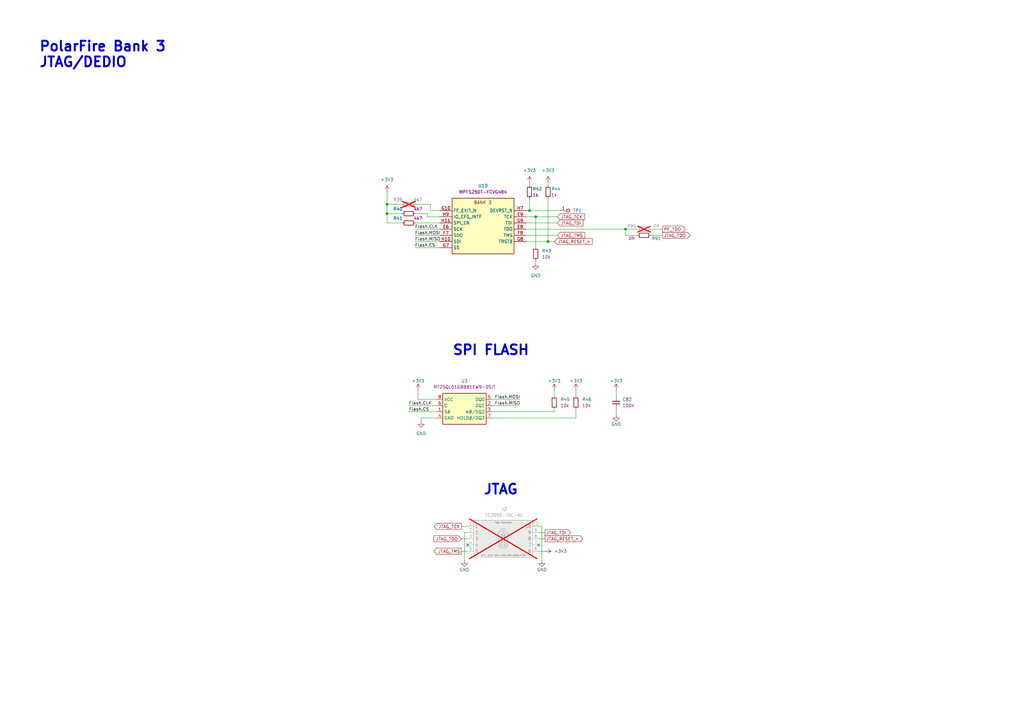
<source format=kicad_sch>
(kicad_sch (version 20231120) (generator "eeschema") (generator_version "8.0")
  (paper "A3")
  (title_block (title "PolarFire SoM") (date "2025-03-25") (rev "1.1.2") (company "Antmicro Ltd") (comment 1 "www.antmicro.com"))
  (junction (at 158.75 83.82))
  (junction (at 158.75 87.63))
  (junction (at 224.79 99.06))
  (junction (at 219.71 88.9))
  (junction (at 256.54 93.98))
  (junction (at 217.17 86.36))
  (no_connect (at 191.77 223.52))
  (no_connect (at 220.98 223.52))
  (wire (pts (xy 170.18 87.63) (xy 175.26 87.63)))
  (wire (pts (xy 223.52 218.44) (xy 220.98 218.44)))
  (wire (pts (xy 170.18 101.6) (xy 180.34 101.6)))
  (wire (pts (xy 170.18 99.06) (xy 180.34 99.06)))
  (wire (pts (xy 224.79 74.93) (xy 224.79 76.2)))
  (wire (pts (xy 217.17 74.93) (xy 217.17 76.2)))
  (wire (pts (xy 266.7 96.52) (xy 271.78 96.52)))
  (wire (pts (xy 158.75 91.44) (xy 165.1 91.44)))
  (wire (pts (xy 189.23 215.9) (xy 191.77 215.9)))
  (wire (pts (xy 222.25 215.9) (xy 222.25 229.87)))
  (wire (pts (xy 158.75 87.63) (xy 158.75 91.44)))
  (wire (pts (xy 158.75 87.63) (xy 165.1 87.63)))
  (wire (pts (xy 176.53 83.82) (xy 170.18 83.82)))
  (wire (pts (xy 215.9 86.36) (xy 217.17 86.36)))
  (wire (pts (xy 227.33 168.91) (xy 227.33 167.64)))
  (wire (pts (xy 176.53 86.36) (xy 176.53 83.82)))
  (wire (pts (xy 217.17 86.36) (xy 229.87 86.36)))
  (wire (pts (xy 170.18 91.44) (xy 180.34 91.44)))
  (wire (pts (xy 236.22 171.45) (xy 236.22 167.64)))
  (wire (pts (xy 219.71 88.9) (xy 228.6 88.9)))
  (wire (pts (xy 179.07 171.45) (xy 172.72 171.45)))
  (wire (pts (xy 222.25 215.9) (xy 220.98 215.9)))
  (wire (pts (xy 227.33 160.02) (xy 227.33 162.56)))
  (wire (pts (xy 201.93 168.91) (xy 227.33 168.91)))
  (wire (pts (xy 220.98 220.98) (xy 223.52 220.98)))
  (wire (pts (xy 175.26 87.63) (xy 175.26 88.9)))
  (wire (pts (xy 201.93 166.37) (xy 213.36 166.37)))
  (wire (pts (xy 180.34 86.36) (xy 176.53 86.36)))
  (wire (pts (xy 190.5 229.87) (xy 190.5 218.44)))
  (wire (pts (xy 236.22 160.02) (xy 236.22 162.56)))
  (wire (pts (xy 158.75 83.82) (xy 165.1 83.82)))
  (wire (pts (xy 261.62 96.52) (xy 256.54 96.52)))
  (wire (pts (xy 170.18 96.52) (xy 180.34 96.52)))
  (wire (pts (xy 201.93 163.83) (xy 213.36 163.83)))
  (wire (pts (xy 167.64 168.91) (xy 179.07 168.91)))
  (wire (pts (xy 217.17 81.28) (xy 217.17 86.36)))
  (wire (pts (xy 171.45 163.83) (xy 171.45 160.02)))
  (wire (pts (xy 175.26 88.9) (xy 180.34 88.9)))
  (wire (pts (xy 266.7 93.98) (xy 271.78 93.98)))
  (wire (pts (xy 158.75 83.82) (xy 158.75 87.63)))
  (wire (pts (xy 252.73 160.02) (xy 252.73 162.56)))
  (wire (pts (xy 215.9 96.52) (xy 228.6 96.52)))
  (wire (pts (xy 252.73 167.64) (xy 252.73 170.18)))
  (wire (pts (xy 215.9 93.98) (xy 256.54 93.98)))
  (wire (pts (xy 219.71 88.9) (xy 219.71 101.6)))
  (wire (pts (xy 189.23 226.06) (xy 191.77 226.06)))
  (wire (pts (xy 172.72 171.45) (xy 172.72 172.72)))
  (wire (pts (xy 215.9 99.06) (xy 224.79 99.06)))
  (wire (pts (xy 215.9 88.9) (xy 219.71 88.9)))
  (wire (pts (xy 158.75 78.74) (xy 158.75 83.82)))
  (wire (pts (xy 201.93 171.45) (xy 236.22 171.45)))
  (wire (pts (xy 190.5 218.44) (xy 191.77 218.44)))
  (wire (pts (xy 256.54 96.52) (xy 256.54 93.98)))
  (wire (pts (xy 215.9 91.44) (xy 228.6 91.44)))
  (wire (pts (xy 189.23 220.98) (xy 191.77 220.98)))
  (wire (pts (xy 224.79 99.06) (xy 227.33 99.06)))
  (wire (pts (xy 219.71 106.68) (xy 219.71 107.95)))
  (wire (pts (xy 167.64 166.37) (xy 179.07 166.37)))
  (wire (pts (xy 256.54 93.98) (xy 261.62 93.98)))
  (wire (pts (xy 224.79 81.28) (xy 224.79 99.06)))
  (wire (pts (xy 179.07 163.83) (xy 171.45 163.83)))
  (wire (pts (xy 170.18 93.98) (xy 180.34 93.98)))
  (wire (pts (xy 220.98 226.06) (xy 223.52 226.06)))
  (text "JTAG" (at 198.12 203.2 0) (effects (font (size 4 4) (thickness 0.8) (bold yes)) (justify left bottom)))
  (text "SPI FLASH" (at 185.42 146.05 0) (effects (font (size 4 4) (thickness 0.8) (bold yes)) (justify left bottom)))
  (text "PolarFire Bank 3\nJTAG/DEDIO" (at 15.875 27.94 0) (effects (font (size 4 4) (thickness 0.8) (bold yes)) (justify left bottom)))
  (label "Flash.CLK" (at 167.64 166.37 0))
  (label "Flash.CS" (at 167.64 168.91 0))
  (label "Flash.MISO" (at 170.18 99.06 0))
  (label "Flash.CS" (at 170.18 101.6 0))
  (label "Flash.MISO" (at 213.36 166.37 180))
  (label "Flash.CLK" (at 170.18 93.98 0))
  (label "Flash.MOSI" (at 213.36 163.83 180))
  (label "Flash.MOSI" (at 170.18 96.52 0))
  (global_label "JTAG_TCK" (shape input) (at 228.6 88.9 0) (property "Intersheetrefs" "${INTERSHEET_REFS}" (at 239.7821 88.8206 0) (effects (justify left))))
  (global_label "JTAG_TDI" (shape output) (at 223.52 218.44 0) (property "Intersheetrefs" "${INTERSHEET_REFS}" (at 234.0369 218.3606 0) (effects (justify left))))
  (global_label "JTAG_TDI" (shape input) (at 228.6 91.44 0) (property "Intersheetrefs" "${INTERSHEET_REFS}" (at 239.1169 91.3606 0) (effects (justify left))))
  (global_label "JTAG_RESET_n" (shape input) (at 227.33 99.06 0) (property "Intersheetrefs" "${INTERSHEET_REFS}" (at 242.8664 98.9806 0) (effects (justify left))))
  (global_label "JTAG_TDO" (shape output) (at 271.78 96.52 0) (property "Intersheetrefs" "${INTERSHEET_REFS}" (at 283.0226 96.4406 0) (effects (justify left))))
  (global_label "PF_TDO" (shape output) (at 271.78 93.98 0) (property "Intersheetrefs" "${INTERSHEET_REFS}" (at 281.0874 93.9006 0) (effects (justify left))))
  (global_label "JTAG_TDO" (shape input) (at 189.23 220.98 180) (property "Intersheetrefs" "${INTERSHEET_REFS}" (at 177.4153 220.98 0) (effects (justify right))))
  (global_label "JTAG_TMS" (shape input) (at 228.6 96.52 0) (property "Intersheetrefs" "${INTERSHEET_REFS}" (at 239.9031 96.4406 0) (effects (justify left))))
  (global_label "JTAG_TCK" (shape output) (at 189.23 215.9 180) (property "Intersheetrefs" "${INTERSHEET_REFS}" (at 178.0479 215.8206 0) (effects (justify right))))
  (global_label "JTAG_TMS" (shape output) (at 189.23 226.06 180) (property "Intersheetrefs" "${INTERSHEET_REFS}" (at 177.3549 226.06 0) (effects (justify right))))
  (global_label "JTAG_RESET_n" (shape output) (at 223.52 220.98 0) (property "Intersheetrefs" "${INTERSHEET_REFS}" (at 239.6283 220.98 0) (effects (justify left))))
  (symbol (lib_id "antmicroResistors0402:R_10k_0402") (at 219.71 106.68 90) (unit 1)
    (property "Reference" "R43" (at 222.25 102.8699 90) (effects (justify right)))
    (property "Value" "R_10k_0402" (effects (hide yes)))
    (property "Footprint" "antmicro-footprints:R_0402_1005Metric" (effects (hide yes)))
    (property "Datasheet" "https://www.bourns.com/docs/product-datasheets/cr.pdf" (effects (hide yes)))
    (property "Description" "SMD Chip Resistor, 10 kohm, ± 1%, 62.5 mW, 0402 [1005 Metric], Thick Film, General Purpose" (effects (hide yes)))
    (property "MPN" "CR0402-FX-1002GLF" (effects (hide yes)))
    (property "Manufacturer" "Bourns" (effects (hide yes)))
    (property "License" "Apache-2.0" (effects (hide yes)))
    (property "Author" "Antmicro" (effects (hide yes)))
    (property "Val" "10k" (at 222.25 105.4099 90) (effects (justify right)))
    (property "Tolerance" "1%" (effects (hide yes)))
  )
  (symbol (lib_id "antmicroMemory:MT25QL01GBBB1EW9-0SIT") (at 179.07 163.83 0) (unit 1)
    (property "Reference" "U3" (at 190.5 156.21 0))
    (property "Value" "MT25QL01GBBB1EW9-0SIT" (effects (hide yes)))
    (property "Footprint" "antmicro-footprints:W-PDFN-8-1EP_8x6mm_P1.27mm_EP4.3x3.4mm" (effects (hide yes)))
    (property "Datasheet" "https://www.mouser.com/datasheet/2/671/mict_s_a0002234966_1-2290738.pdf" (effects (hide yes)))
    (property "Description" "NOR Flash Serial-SPI 3.3V 1G-bit 1G/512M/256M x 1/2-bit/4-bit 6ns 16-Pin SOP-II T/R" (effects (hide yes)))
    (property "MPN" "MT25QL01GBBB1EW9-0SIT" (at 190.5 158.75 0))
    (property "Manufacturer" "Micron Technology" (effects (hide yes)))
    (property "VSD_class" "SPI Flash" (effects (hide yes)))
    (property "Author" "Antmicro" (effects (hide yes)))
    (property "License" "Apache-2.0" (effects (hide yes)))
  )
  (symbol (lib_id "antmicroResistors0402:R_1k_0402") (at 224.79 81.28 90) (unit 1)
    (property "Reference" "R44" (at 226.06 77.47 90) (effects (justify right)))
    (property "Value" "R_1k_0402" (effects (hide yes)))
    (property "Footprint" "antmicro-footprints:R_0402_1005Metric" (effects (hide yes)))
    (property "Datasheet" "https://www.bourns.com/docs/product-datasheets/cr.pdf" (effects (hide yes)))
    (property "Description" "SMD Chip Resistor, 1 kohm, ± 1%, 63 mW, 0402 [1005 Metric], Thick Film, General Purpose" (effects (hide yes)))
    (property "MPN" "CR0402-FX-1001GLF" (effects (hide yes)))
    (property "Manufacturer" "Bourns" (effects (hide yes)))
    (property "License" "Apache-2.0" (effects (hide yes)))
    (property "Author" "Antmicro" (effects (hide yes)))
    (property "Val" "1k" (at 226.06 80.01 90) (effects (justify right)))
    (property "Tolerance" "1%" (effects (hide yes)))
  )
  (symbol (lib_id "antmicroFPGAChips:MPFS250T-FCVG484") (at 180.34 86.36 0) (unit 4)
    (property "Reference" "U1" (at 198.12 76.2 0))
    (property "Value" "MPFS250T-FCVG484" (effects (hide yes)))
    (property "Footprint" "antmicro-footprints:BGA-484_19x19mm_Layout22x22_P0.8mm-microchip-technology-mpfs250t-fcvg484" (effects (hide yes)))
    (property "Datasheet" "https://www.microsemi.com/document-portal/doc_download/1244583-polarfire-soc-advance-datasheet" (effects (hide yes)))
    (property "Description" "RISC-V System On Chip (SOC) IC PolarFire® FPGA - 254K Logic Modules 484-FCBGA (19x19)" (effects (hide yes)))
    (property "MPN" "MPFS250T-FCVG484" (at 198.12 78.74 0))
    (property "Manufacturer" "Microchip Technology" (effects (hide yes)))
    (property "VSD_class" "MPFS250T" (effects (hide yes)))
    (property "Author" "Antmicro" (effects (hide yes)))
    (property "License" "Apache-2.0" (effects (hide yes)))
  )
  (symbol (lib_id "antmicroResistors0402:R_4k7_0402") (at 165.1 87.63 0) (unit 1)
    (property "Reference" "R40" (at 163.195 85.725 0))
    (property "Value" "R_4k7_0402" (effects (hide yes)))
    (property "Footprint" "antmicro-footprints:R_0402_1005Metric" (effects (hide yes)))
    (property "Datasheet" "https://www.bourns.com/docs/product-datasheets/cr.pdf" (effects (hide yes)))
    (property "Description" "SMD Chip Resistor, 4.7 kohm, ± 1%, 62.5 mW, 0402 [1005 Metric], Thick Film, General Purpose" (effects (hide yes)))
    (property "MPN" "CR0402-FX-4701GLF" (effects (hide yes)))
    (property "Manufacturer" "Bourns" (effects (hide yes)))
    (property "License" "Apache-2.0" (effects (hide yes)))
    (property "Author" "Antmicro" (effects (hide yes)))
    (property "Val" "4k7" (at 171.45 85.725 0))
    (property "Tolerance" "1%" (effects (hide yes)))
  )
  (symbol (lib_id "antmicroCapacitors0402:C_100n_0402") (at 252.73 167.64 90) (unit 1)
    (property "Reference" "C82" (at 255.27 163.8236 90) (effects (justify right)))
    (property "Value" "C_100n_0402" (effects (hide yes)))
    (property "Footprint" "antmicro-footprints:C_0402_1005Metric" (effects (hide yes)))
    (property "Datasheet" "https://www.murata.com/products/productdetail?partno=GRM155R61H104KE14%23" (effects (hide yes)))
    (property "Description" "SMD Multilayer Ceramic Capacitor, 0.1 µF, 50 V, 0402 [1005 Metric], ± 10%, X5R, GRM Series" (effects (hide yes)))
    (property "MPN" "GRM155R61H104KE14D" (effects (hide yes)))
    (property "Manufacturer" "Murata" (effects (hide yes)))
    (property "License" "Apache-2.0" (effects (hide yes)))
    (property "Author" "Antmicro" (effects (hide yes)))
    (property "Val" "100n" (at 255.27 166.3636 90) (effects (justify right)))
    (property "Voltage" "50V" (effects (hide yes)))
    (property "Dielectric" "X5R" (effects (hide yes)))
  )
  (symbol (lib_id "antmicroTestPoints:TP_0.75mm_SMD") (at 229.87 86.36 0) (unit 1) (in_bom no)
    (property "Reference" "TP1" (at 234.95 86.36 0) (effects (justify left)))
    (property "Value" "TP_0.75mm_SMD" (effects (hide yes)))
    (property "Footprint" "antmicro-footprints:TP_SMD_0.75mm" (effects (hide yes)))
    (property "Description" "SMT test point" (effects (hide yes)))
    (property "Author" "Antmicro" (effects (hide yes)))
    (property "License" "Apache-2.0" (effects (hide yes)))
    (property "Public" "False" (effects (hide yes)))
  )
  (symbol (lib_id "antmicropower:GND") (at 222.25 229.87 0) (unit 1)
    (property "Reference" "#PWR0360" (effects (hide yes)))
    (property "Value" "GND" (at 222.25 233.68 0))
    (property "Author" "Antmicro" (effects (hide yes)))
    (property "License" "Apache-2.0" (effects (hide yes)))
  )
  (symbol (lib_id "antmicropower:+3V3") (at 171.45 160.02 0) (unit 1)
    (property "Reference" "#PWR054" (effects (hide yes)))
    (property "Value" "+3V3" (at 171.45 156.21 0))
    (property "Author" "Antmicro" (effects (hide yes)))
    (property "License" "Apache-2.0" (effects (hide yes)))
  )
  (symbol (lib_id "antmicropower:GND") (at 252.73 170.18 0) (unit 1)
    (property "Reference" "#PWR059" (effects (hide yes)))
    (property "Value" "GND" (at 252.73 173.99 0))
    (property "Author" "Antmicro" (effects (hide yes)))
    (property "License" "Apache-2.0" (effects (hide yes)))
  )
  (symbol (lib_id "antmicroResistors0402:R_0R_0402") (at 266.7 96.52 180) (unit 1)
    (property "Reference" "R91" (at 269.24 97.79 0))
    (property "Value" "R_0R_0402" (effects (hide yes)))
    (property "Footprint" "antmicro-footprints:R_0402_1005Metric" (effects (hide yes)))
    (property "Datasheet" "https://industrial.panasonic.com/cdbs/www-data/pdf/RDA0000/AOA0000C301.pdf" (effects (hide yes)))
    (property "Description" "SMD Chip Resistor, Jumper, 0 ohm, 100 mW, 0402 [1005 Metric], Thick Film, General Purpose" (effects (hide yes)))
    (property "MPN" "ERJ2GE0R00X" (effects (hide yes)))
    (property "Manufacturer" "Panasonic" (effects (hide yes)))
    (property "License" "Apache-2.0" (effects (hide yes)))
    (property "Author" "Antmicro" (effects (hide yes)))
    (property "Val" "0R" (at 259.08 97.79 0))
    (property "Current" "1A" (effects (hide yes)))
    (property "DNP" "DNP" (effects (hide yes)))
  )
  (symbol (lib_id "antmicroResistors0402:R_4k7_0402") (at 165.1 83.82 0) (unit 1) (dnp yes)
    (property "Reference" "R39" (at 163.195 81.915 0))
    (property "Value" "R_4k7_0402" (effects (hide yes)))
    (property "Footprint" "antmicro-footprints:R_0402_1005Metric" (effects (hide yes)))
    (property "Datasheet" "https://www.bourns.com/docs/product-datasheets/cr.pdf" (effects (hide yes)))
    (property "Description" "SMD Chip Resistor, 4.7 kohm, ± 1%, 62.5 mW, 0402 [1005 Metric], Thick Film, General Purpose" (effects (hide yes)))
    (property "MPN" "CR0402-FX-4701GLF" (effects (hide yes)))
    (property "Manufacturer" "Bourns" (effects (hide yes)))
    (property "License" "Apache-2.0" (effects (hide yes)))
    (property "Author" "Antmicro" (effects (hide yes)))
    (property "Val" "4k7" (at 171.45 81.915 0))
    (property "Tolerance" "1%" (effects (hide yes)))
    (property "DNP" "DNP" (effects (hide yes)))
  )
  (symbol (lib_id "antmicropower:+3V3") (at 224.79 74.93 0) (unit 1)
    (property "Reference" "#PWR0277" (effects (hide yes)))
    (property "Value" "+3V3" (at 224.79 69.85 0))
    (property "Author" "Antmicro" (effects (hide yes)))
    (property "License" "Apache-2.0" (effects (hide yes)))
  )
  (symbol (lib_id "antmicroResistors0402:R_10k_0402") (at 236.22 167.64 90) (unit 1)
    (property "Reference" "R46" (at 238.76 163.83 90) (effects (justify right)))
    (property "Value" "R_10k_0402" (effects (hide yes)))
    (property "Footprint" "antmicro-footprints:R_0402_1005Metric" (effects (hide yes)))
    (property "Datasheet" "https://www.bourns.com/docs/product-datasheets/cr.pdf" (effects (hide yes)))
    (property "Description" "SMD Chip Resistor, 10 kohm, ± 1%, 62.5 mW, 0402 [1005 Metric], Thick Film, General Purpose" (effects (hide yes)))
    (property "MPN" "CR0402-FX-1002GLF" (effects (hide yes)))
    (property "Manufacturer" "Bourns" (effects (hide yes)))
    (property "License" "Apache-2.0" (effects (hide yes)))
    (property "Author" "Antmicro" (effects (hide yes)))
    (property "Val" "10k" (at 238.76 166.37 90) (effects (justify right)))
    (property "Tolerance" "1%" (effects (hide yes)))
  )
  (symbol (lib_id "antmicropower:GND") (at 190.5 229.87 0) (unit 1)
    (property "Reference" "#PWR051" (effects (hide yes)))
    (property "Value" "GND" (at 190.5 233.68 0))
    (property "Author" "Antmicro" (effects (hide yes)))
    (property "License" "Apache-2.0" (effects (hide yes)))
  )
  (symbol (lib_id "antmicropower:+3V3") (at 252.73 160.02 0) (unit 1)
    (property "Reference" "#PWR058" (effects (hide yes)))
    (property "Value" "+3V3" (at 252.73 156.21 0))
    (property "Author" "Antmicro" (effects (hide yes)))
    (property "License" "Apache-2.0" (effects (hide yes)))
  )
  (symbol (lib_id "antmicropower:+3V3") (at 236.22 160.02 0) (unit 1)
    (property "Reference" "#PWR060" (effects (hide yes)))
    (property "Value" "+3V3" (at 236.22 156.21 0))
    (property "Author" "Antmicro" (effects (hide yes)))
    (property "License" "Apache-2.0" (effects (hide yes)))
  )
  (symbol (lib_id "antmicropower:+3V3") (at 223.52 226.06 270) (unit 1)
    (property "Reference" "#PWR0195" (effects (hide yes)))
    (property "Value" "+3V3" (at 229.87 226.06 90))
    (property "Author" "Antmicro" (effects (hide yes)))
    (property "License" "Apache-2.0" (effects (hide yes)))
  )
  (symbol (lib_id "antmicroResistors0402:R_10k_0402") (at 227.33 167.64 90) (unit 1)
    (property "Reference" "R45" (at 229.87 163.83 90) (effects (justify right)))
    (property "Value" "R_10k_0402" (effects (hide yes)))
    (property "Footprint" "antmicro-footprints:R_0402_1005Metric" (effects (hide yes)))
    (property "Datasheet" "https://www.bourns.com/docs/product-datasheets/cr.pdf" (effects (hide yes)))
    (property "Description" "SMD Chip Resistor, 10 kohm, ± 1%, 62.5 mW, 0402 [1005 Metric], Thick Film, General Purpose" (effects (hide yes)))
    (property "MPN" "CR0402-FX-1002GLF" (effects (hide yes)))
    (property "Manufacturer" "Bourns" (effects (hide yes)))
    (property "License" "Apache-2.0" (effects (hide yes)))
    (property "Author" "Antmicro" (effects (hide yes)))
    (property "Val" "10k" (at 229.87 166.37 90) (effects (justify right)))
    (property "Tolerance" "1%" (effects (hide yes)))
  )
  (symbol (lib_id "antmicropower:+3V3") (at 227.33 160.02 0) (unit 1)
    (property "Reference" "#PWR057" (effects (hide yes)))
    (property "Value" "+3V3" (at 227.33 156.21 0))
    (property "Author" "Antmicro" (effects (hide yes)))
    (property "License" "Apache-2.0" (effects (hide yes)))
  )
  (symbol (lib_id "antmicroResistors0402:R_4k7_0402") (at 165.1 91.44 0) (unit 1)
    (property "Reference" "R41" (at 163.195 89.535 0))
    (property "Value" "R_4k7_0402" (effects (hide yes)))
    (property "Footprint" "antmicro-footprints:R_0402_1005Metric" (effects (hide yes)))
    (property "Datasheet" "https://www.bourns.com/docs/product-datasheets/cr.pdf" (effects (hide yes)))
    (property "Description" "SMD Chip Resistor, 4.7 kohm, ± 1%, 62.5 mW, 0402 [1005 Metric], Thick Film, General Purpose" (effects (hide yes)))
    (property "MPN" "CR0402-FX-4701GLF" (effects (hide yes)))
    (property "Manufacturer" "Bourns" (effects (hide yes)))
    (property "License" "Apache-2.0" (effects (hide yes)))
    (property "Author" "Antmicro" (effects (hide yes)))
    (property "Val" "4k7" (at 171.45 89.535 0))
    (property "Tolerance" "1%" (effects (hide yes)))
  )
  (symbol (lib_id "antmicropower:GND") (at 219.71 107.95 0) (unit 1)
    (property "Reference" "#PWR0276" (effects (hide yes)))
    (property "Value" "GND" (at 219.71 113.03 0))
    (property "Author" "Antmicro" (effects (hide yes)))
    (property "License" "Apache-2.0" (effects (hide yes)))
  )
  (symbol (lib_id "antmicroResistors0402:R_0R_0402") (at 261.62 93.98 0) (unit 1) (dnp yes)
    (property "Reference" "R90" (at 259.08 92.71 0))
    (property "Value" "R_0R_0402" (effects (hide yes)))
    (property "Footprint" "antmicro-footprints:R_0402_1005Metric" (effects (hide yes)))
    (property "Datasheet" "https://industrial.panasonic.com/cdbs/www-data/pdf/RDA0000/AOA0000C301.pdf" (effects (hide yes)))
    (property "Description" "SMD Chip Resistor, Jumper, 0 ohm, 100 mW, 0402 [1005 Metric], Thick Film, General Purpose" (effects (hide yes)))
    (property "MPN" "ERJ2GE0R00X" (effects (hide yes)))
    (property "Manufacturer" "Panasonic" (effects (hide yes)))
    (property "License" "Apache-2.0" (effects (hide yes)))
    (property "Author" "Antmicro" (effects (hide yes)))
    (property "Val" "0R" (at 269.24 92.71 0))
    (property "Current" "1A" (effects (hide yes)))
  )
  (symbol (lib_id "antmicropower:+3V3") (at 158.75 78.74 0) (unit 1)
    (property "Reference" "#PWR053" (effects (hide yes)))
    (property "Value" "+3V3" (at 158.75 73.66 0))
    (property "Author" "Antmicro" (effects (hide yes)))
    (property "License" "Apache-2.0" (effects (hide yes)))
  )
  (symbol (lib_id "antmicroTestPoints:Tag-Connect_TC2050-IDC-NL_2x5_P1.27mm") (at 191.77 215.9 0) (unit 1) (in_bom no) (dnp yes)
    (property "Reference" "J2" (at 206.756 208.788 0))
    (property "Value" "Tag-Connect_TC2050-IDC-NL_2x5_P1.27mm" (effects (hide yes)))
    (property "Footprint" "antmicro-footprints:Tag-Connect_TC2050-IDC-NL_2x5_P1.27mm" (effects (hide yes)))
    (property "Datasheet" "https://www.tag-connect.com/wp-content/uploads/bsk-pdf-manager/TC2050-IDC-NL_Datasheet_8.pdf" (effects (hide yes)))
    (property "Description" "Tag Connect 2x5 1.27mm terminal" (effects (hide yes)))
    (property "MPN" "TC2050-IDC-NL" (at 206.756 211.328 0))
    (property "Manufacturer" "Tag Connect" (effects (hide yes)))
    (property "Author" "Antmicro" (effects (hide yes)))
    (property "License" "Apache-2.0" (effects (hide yes)))
    (property "DNP" "DNP" (effects (hide yes)))
  )
  (symbol (lib_id "antmicropower:GND") (at 172.72 172.72 0) (unit 1)
    (property "Reference" "#PWR055" (effects (hide yes)))
    (property "Value" "GND" (at 172.72 177.8 0))
    (property "Author" "Antmicro" (effects (hide yes)))
    (property "License" "Apache-2.0" (effects (hide yes)))
  )
  (symbol (lib_id "antmicropower:+3V3") (at 217.17 74.93 0) (unit 1)
    (property "Reference" "#PWR056" (effects (hide yes)))
    (property "Value" "+3V3" (at 217.17 69.85 0))
    (property "Author" "Antmicro" (effects (hide yes)))
    (property "License" "Apache-2.0" (effects (hide yes)))
  )
  (symbol (lib_id "antmicroResistors0402:R_1k_0402") (at 217.17 81.28 90) (unit 1)
    (property "Reference" "R42" (at 218.44 77.47 90) (effects (justify right)))
    (property "Value" "R_1k_0402" (effects (hide yes)))
    (property "Footprint" "antmicro-footprints:R_0402_1005Metric" (effects (hide yes)))
    (property "Datasheet" "https://www.bourns.com/docs/product-datasheets/cr.pdf" (effects (hide yes)))
    (property "Description" "SMD Chip Resistor, 1 kohm, ± 1%, 63 mW, 0402 [1005 Metric], Thick Film, General Purpose" (effects (hide yes)))
    (property "MPN" "CR0402-FX-1001GLF" (effects (hide yes)))
    (property "Manufacturer" "Bourns" (effects (hide yes)))
    (property "License" "Apache-2.0" (effects (hide yes)))
    (property "Author" "Antmicro" (effects (hide yes)))
    (property "Val" "1k" (at 218.44 80.01 90) (effects (justify right)))
    (property "Tolerance" "1%" (effects (hide yes)))
  )
)
</source>
